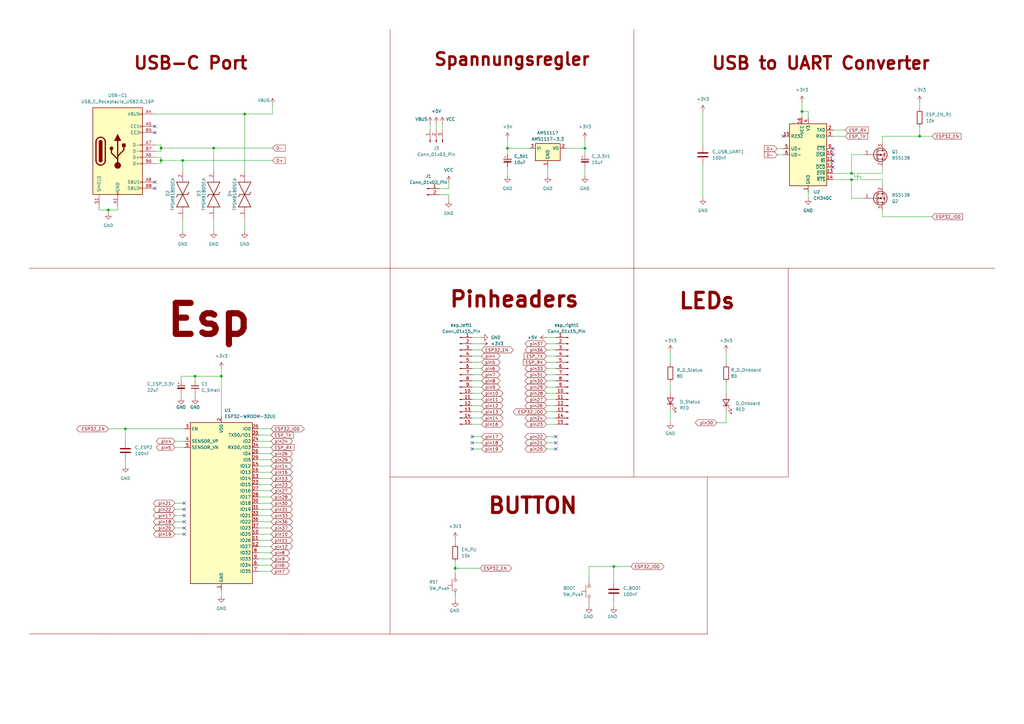
<source format=kicad_sch>
(kicad_sch (version 20250114) (generator "eeschema") (generator_version "9.0")
  (paper "A3")
  (title_block (title "ESP32 ") (date "2025-01-10") (rev "1.1.2"))
  (text "BUTTON" (at 218.5416 207.5688 0) (effects (font (size 6.35 6.35) (thickness 1.27) (bold yes))))
  (text "Spannungsregler" (at 210.0072 24.511 0) (effects (font (size 5.08 5.08) (thickness 1.016) (bold yes))))
  (text "Esp\n" (at 85.725 131.445 0) (effects (font (size 12.7 12.7) (thickness 2.54) (bold yes))))
  (text "USB-C Port" (at 78.2066 26.0604 0) (effects (font (size 5.08 5.08) (thickness 1.016) (bold yes))))
  (text "LEDs" (at 289.9918 123.6218 0) (effects (font (size 6.35 6.35) (thickness 1.27) (bold yes))))
  (text "USB to UART Converter" (at 336.677 26.1112 0) (effects (font (size 5.08 5.08) (thickness 1.016) (bold yes))))
  (text "Pinheaders" (at 210.947 122.936 0) (effects (font (size 6.35 6.35) (thickness 1.27) (bold yes))))
  (junction (at 66.04 65.8114))
  (junction (at 208.153 60.833))
  (junction (at 349.25 71.12))
  (junction (at 74.93 65.8114))
  (junction (at 186.69 233.045))
  (junction (at 377.19 55.88))
  (junction (at 251.7394 232.3338))
  (junction (at 349.25 73.66))
  (junction (at 80.01 154.305))
  (junction (at 51.435 175.895))
  (junction (at 328.93 45.72))
  (junction (at 90.805 154.305))
  (junction (at 66.04 60.7314))
  (junction (at 100.33 46.7614))
  (junction (at 44.45 86.1314))
  (junction (at 239.903 60.833))
  (junction (at 87.63 60.7314))
  (no_connect (at 63.5 54.3814))
  (no_connect (at 227.965 181.61))
  (no_connect (at 193.675 179.07))
  (no_connect (at 341.63 68.58))
  (no_connect (at 63.5 74.7014))
  (no_connect (at 75.565 219.075))
  (no_connect (at 63.5 51.8414))
  (no_connect (at 341.63 60.96))
  (no_connect (at 341.63 63.5))
  (no_connect (at 75.565 206.375))
  (no_connect (at 193.675 181.61))
  (no_connect (at 75.565 213.995))
  (no_connect (at 63.5 77.2414))
  (no_connect (at 227.965 184.15))
  (no_connect (at 75.565 216.535))
  (no_connect (at 227.965 179.07))
  (no_connect (at 75.565 208.915))
  (no_connect (at 341.63 66.04))
  (no_connect (at 321.31 55.88))
  (no_connect (at 75.565 211.455))
  (no_connect (at 193.675 184.15))
  (wire (pts (xy 349.25 63.5) (xy 354.33 63.5)))
  (wire (pts (xy 193.675 163.83) (xy 197.485 163.83)))
  (wire (pts (xy 224.155 140.97) (xy 227.965 140.97)))
  (wire (pts (xy 90.805 154.305) (xy 90.805 170.815)))
  (wire (pts (xy 71.755 180.975) (xy 75.565 180.975)))
  (wire (pts (xy 106.045 208.915) (xy 111.125 208.915)))
  (wire (pts (xy 239.903 57.023) (xy 239.903 60.833)))
  (wire (pts (xy 66.04 64.5414) (xy 66.04 65.8114)))
  (wire (pts (xy 48.26 84.8614) (xy 48.26 86.1314)))
  (wire (pts (xy 80.01 161.29) (xy 80.01 163.195)))
  (polyline (pts (xy 259.9944 110.0074) (xy 407.9748 110.0074)) (stroke (width 0) (color 132 0 0 1)))
  (wire (pts (xy 71.755 219.075) (xy 75.565 219.075)))
  (wire (pts (xy 74.295 154.305) (xy 80.01 154.305)))
  (wire (pts (xy 341.63 71.12) (xy 349.25 71.12)))
  (wire (pts (xy 71.755 206.375) (xy 75.565 206.375)))
  (wire (pts (xy 100.33 46.7614) (xy 100.33 69.6214)))
  (wire (pts (xy 274.955 144.145) (xy 274.955 149.225)))
  (wire (pts (xy 74.295 161.29) (xy 74.295 163.195)))
  (wire (pts (xy 66.04 60.7314) (xy 66.04 62.0014)))
  (wire (pts (xy 274.955 156.845) (xy 274.955 160.655)))
  (wire (pts (xy 106.045 196.215) (xy 111.125 196.215)))
  (wire (pts (xy 63.5 46.7614) (xy 100.33 46.7614)))
  (wire (pts (xy 180.213 79.883) (xy 184.023 79.883)))
  (wire (pts (xy 224.155 151.13) (xy 227.965 151.13)))
  (polyline (pts (xy 159.9438 260.0452) (xy 290.1442 260.0452)) (stroke (width 0) (color 132 0 0 1)))
  (wire (pts (xy 186.69 220.98) (xy 186.69 222.885)))
  (wire (pts (xy 66.04 60.7314) (xy 87.63 60.7314)))
  (wire (pts (xy 80.01 154.305) (xy 90.805 154.305)))
  (wire (pts (xy 193.675 138.43) (xy 197.485 138.43)))
  (wire (pts (xy 106.045 224.155) (xy 111.125 224.155)))
  (wire (pts (xy 193.675 181.61) (xy 197.485 181.61)))
  (wire (pts (xy 361.95 71.12) (xy 351.79 71.12)))
  (wire (pts (xy 350.52 71.12) (xy 349.25 71.12)))
  (wire (pts (xy 341.63 73.66) (xy 349.25 73.66)))
  (wire (pts (xy 241.5794 248.8438) (xy 241.5794 247.5738)))
  (wire (pts (xy 106.045 216.535) (xy 111.125 216.535)))
  (wire (pts (xy 361.95 58.42) (xy 361.95 55.88)))
  (wire (pts (xy 186.69 246.38) (xy 186.69 245.11)))
  (wire (pts (xy 258.7244 232.3338) (xy 251.7394 232.3338)))
  (wire (pts (xy 51.435 175.895) (xy 75.565 175.895)))
  (wire (pts (xy 71.755 216.535) (xy 75.565 216.535)))
  (wire (pts (xy 40.64 86.1314) (xy 44.45 86.1314)))
  (wire (pts (xy 208.153 68.453) (xy 208.153 72.263)))
  (wire (pts (xy 349.25 73.66) (xy 349.25 81.28)))
  (wire (pts (xy 66.04 65.8114) (xy 66.04 67.0814)))
  (wire (pts (xy 111.76 42.9514) (xy 111.76 46.7614)))
  (wire (pts (xy 224.155 173.99) (xy 227.965 173.99)))
  (wire (pts (xy 353.06 73.66) (xy 361.95 73.66)))
  (wire (pts (xy 193.675 179.07) (xy 197.485 179.07)))
  (wire (pts (xy 224.155 168.91) (xy 227.965 168.91)))
  (wire (pts (xy 224.155 184.15) (xy 227.965 184.15)))
  (wire (pts (xy 224.155 171.45) (xy 227.965 171.45)))
  (wire (pts (xy 44.45 175.895) (xy 51.435 175.895)))
  (wire (pts (xy 377.19 55.88) (xy 382.27 55.88)))
  (wire (pts (xy 224.155 143.51) (xy 227.965 143.51)))
  (wire (pts (xy 106.045 229.235) (xy 111.125 229.235)))
  (wire (pts (xy 106.045 234.315) (xy 111.125 234.315)))
  (wire (pts (xy 341.63 53.34) (xy 346.71 53.34)))
  (wire (pts (xy 251.7394 246.3038) (xy 251.7394 248.8438)))
  (wire (pts (xy 193.675 143.51) (xy 197.485 143.51)))
  (polyline (pts (xy 159.9946 11.9634) (xy 159.9946 109.982)) (stroke (width 0) (color 132 0 0 1)))
  (wire (pts (xy 193.675 166.37) (xy 197.485 166.37)))
  (wire (pts (xy 208.153 60.833) (xy 217.043 60.833)))
  (wire (pts (xy 382.27 88.9) (xy 361.95 88.9)))
  (wire (pts (xy 193.675 171.45) (xy 197.485 171.45)))
  (wire (pts (xy 224.155 166.37) (xy 227.965 166.37)))
  (wire (pts (xy 274.955 168.275) (xy 274.955 173.355)))
  (wire (pts (xy 63.5 62.0014) (xy 66.04 62.0014)))
  (wire (pts (xy 227.965 138.43) (xy 224.155 138.43)))
  (wire (pts (xy 184.023 79.883) (xy 184.023 82.423)))
  (wire (pts (xy 239.903 68.453) (xy 239.903 72.263)))
  (wire (pts (xy 297.815 173.355) (xy 297.815 168.91)))
  (wire (pts (xy 351.79 71.12) (xy 351.79 73.66)))
  (polyline (pts (xy 159.9946 109.982) (xy 159.9692 260.0198)) (stroke (width 0) (color 132 0 0 1)))
  (wire (pts (xy 331.47 78.74) (xy 331.47 81.28)))
  (polyline (pts (xy 290.1442 260.0452) (xy 290.1442 195.6816)) (stroke (width 0) (color 132 0 0 1)))
  (wire (pts (xy 349.25 71.12) (xy 349.25 63.5)))
  (wire (pts (xy 44.45 86.1314) (xy 44.45 87.4014)))
  (polyline (pts (xy 259.9944 195.6308) (xy 323.2658 195.6308)) (stroke (width 0) (color 132 0 0 1)))
  (wire (pts (xy 74.93 65.8114) (xy 111.76 65.8114)))
  (wire (pts (xy 63.5 67.0814) (xy 66.04 67.0814)))
  (wire (pts (xy 106.045 188.595) (xy 111.125 188.595)))
  (wire (pts (xy 74.93 89.9414) (xy 74.93 95.0214)))
  (wire (pts (xy 361.95 68.58) (xy 361.95 71.12)))
  (wire (pts (xy 193.675 156.21) (xy 197.485 156.21)))
  (wire (pts (xy 224.155 181.61) (xy 227.965 181.61)))
  (wire (pts (xy 350.52 71.12) (xy 350.52 72.39)))
  (wire (pts (xy 361.95 88.9) (xy 361.95 86.36)))
  (wire (pts (xy 193.675 184.15) (xy 197.485 184.15)))
  (wire (pts (xy 361.95 73.66) (xy 361.95 76.2)))
  (wire (pts (xy 51.435 175.895) (xy 51.435 180.975)))
  (wire (pts (xy 224.155 153.67) (xy 227.965 153.67)))
  (wire (pts (xy 328.93 45.72) (xy 331.47 45.72)))
  (wire (pts (xy 251.7394 232.3338) (xy 251.7394 238.6838)))
  (wire (pts (xy 181.483 53.213) (xy 181.483 50.673)))
  (wire (pts (xy 106.045 175.895) (xy 111.125 175.895)))
  (wire (pts (xy 288.29 45.72) (xy 288.29 59.69)))
  (wire (pts (xy 106.045 180.975) (xy 111.125 180.975)))
  (polyline (pts (xy 12.0142 109.982) (xy 159.9946 109.982)) (stroke (width 0) (color 132 0 0 1)))
  (wire (pts (xy 224.155 156.21) (xy 227.965 156.21)))
  (wire (pts (xy 193.675 151.13) (xy 197.485 151.13)))
  (wire (pts (xy 106.045 191.135) (xy 111.125 191.135)))
  (wire (pts (xy 288.29 67.31) (xy 288.29 81.28)))
  (wire (pts (xy 71.755 183.515) (xy 75.565 183.515)))
  (wire (pts (xy 193.675 168.91) (xy 197.485 168.91)))
  (wire (pts (xy 294.005 173.355) (xy 297.815 173.355)))
  (wire (pts (xy 353.06 72.39) (xy 353.06 73.66)))
  (wire (pts (xy 349.25 73.66) (xy 351.79 73.66)))
  (wire (pts (xy 106.045 226.695) (xy 111.125 226.695)))
  (wire (pts (xy 184.023 74.803) (xy 184.023 77.343)))
  (wire (pts (xy 377.19 52.07) (xy 377.19 55.88)))
  (wire (pts (xy 87.63 89.9414) (xy 87.63 95.0214)))
  (wire (pts (xy 193.675 140.97) (xy 197.485 140.97)))
  (wire (pts (xy 106.045 231.775) (xy 111.125 231.775)))
  (polyline (pts (xy 259.9944 195.6308) (xy 159.9946 195.6308)) (stroke (width 0) (color 132 0 0 1)))
  (wire (pts (xy 328.93 41.91) (xy 328.93 45.72)))
  (wire (pts (xy 87.63 60.7314) (xy 87.63 69.6214)))
  (wire (pts (xy 241.5794 232.3338) (xy 241.5794 237.4138)))
  (wire (pts (xy 224.155 179.07) (xy 227.965 179.07)))
  (wire (pts (xy 106.045 211.455) (xy 111.125 211.455)))
  (wire (pts (xy 106.045 186.055) (xy 111.125 186.055)))
  (wire (pts (xy 106.045 201.295) (xy 111.125 201.295)))
  (wire (pts (xy 106.045 178.435) (xy 111.125 178.435)))
  (wire (pts (xy 361.95 55.88) (xy 377.19 55.88)))
  (wire (pts (xy 331.47 48.26) (xy 331.47 45.72)))
  (wire (pts (xy 224.155 158.75) (xy 227.965 158.75)))
  (wire (pts (xy 106.045 183.515) (xy 111.125 183.515)))
  (wire (pts (xy 193.675 173.99) (xy 197.485 173.99)))
  (wire (pts (xy 106.045 206.375) (xy 111.125 206.375)))
  (polyline (pts (xy 323.2658 195.6308) (xy 323.2658 110.0582)) (stroke (width 0) (color 132 0 0 1)))
  (wire (pts (xy 193.675 148.59) (xy 197.485 148.59)))
  (wire (pts (xy 318.77 60.96) (xy 321.31 60.96)))
  (wire (pts (xy 63.5 59.4614) (xy 66.04 59.4614)))
  (wire (pts (xy 87.63 60.7314) (xy 111.76 60.7314)))
  (wire (pts (xy 178.943 50.673) (xy 178.943 53.213)))
  (wire (pts (xy 71.755 211.455) (xy 75.565 211.455)))
  (wire (pts (xy 186.69 233.045) (xy 186.69 234.95)))
  (wire (pts (xy 349.25 81.28) (xy 354.33 81.28)))
  (wire (pts (xy 193.675 161.29) (xy 197.485 161.29)))
  (wire (pts (xy 224.155 148.59) (xy 227.965 148.59)))
  (wire (pts (xy 100.33 46.7614) (xy 111.76 46.7614)))
  (wire (pts (xy 106.045 221.615) (xy 111.125 221.615)))
  (wire (pts (xy 208.153 60.833) (xy 208.153 63.373)))
  (wire (pts (xy 297.815 144.145) (xy 297.815 149.225)))
  (wire (pts (xy 40.64 84.8614) (xy 40.64 86.1314)))
  (wire (pts (xy 193.675 146.05) (xy 197.485 146.05)))
  (wire (pts (xy 106.045 193.675) (xy 111.125 193.675)))
  (wire (pts (xy 208.153 57.023) (xy 208.153 60.833)))
  (wire (pts (xy 224.155 161.29) (xy 227.965 161.29)))
  (wire (pts (xy 224.155 163.83) (xy 227.965 163.83)))
  (wire (pts (xy 318.77 63.5) (xy 321.31 63.5)))
  (wire (pts (xy 44.45 86.1314) (xy 48.26 86.1314)))
  (wire (pts (xy 51.435 188.595) (xy 51.435 191.135)))
  (wire (pts (xy 80.01 156.21) (xy 80.01 154.305)))
  (wire (pts (xy 106.045 203.835) (xy 111.125 203.835)))
  (wire (pts (xy 239.903 60.833) (xy 239.903 63.373)))
  (wire (pts (xy 63.5 64.5414) (xy 66.04 64.5414)))
  (polyline (pts (xy 12.0142 259.9944) (xy 159.9692 260.0452)) (stroke (width 0) (color 132 0 0 1)))
  (polyline (pts (xy 259.9944 12.0142) (xy 259.9944 110.0074)) (stroke (width 0) (color 132 0 0 1)))
  (wire (pts (xy 66.04 65.8114) (xy 74.93 65.8114)))
  (wire (pts (xy 186.69 230.505) (xy 186.69 233.045)))
  (wire (pts (xy 106.045 219.075) (xy 111.125 219.075)))
  (wire (pts (xy 350.52 72.39) (xy 353.06 72.39)))
  (wire (pts (xy 74.93 65.8114) (xy 74.93 69.6214)))
  (wire (pts (xy 328.93 45.72) (xy 328.93 48.26)))
  (wire (pts (xy 176.403 53.213) (xy 176.403 50.673)))
  (wire (pts (xy 224.155 146.05) (xy 227.965 146.05)))
  (wire (pts (xy 251.7394 232.3338) (xy 241.5794 232.3338)))
  (wire (pts (xy 106.045 198.755) (xy 111.125 198.755)))
  (wire (pts (xy 66.04 59.4614) (xy 66.04 60.7314)))
  (wire (pts (xy 71.755 213.995) (xy 75.565 213.995)))
  (wire (pts (xy 297.815 156.845) (xy 297.815 161.29)))
  (polyline (pts (xy 259.9944 109.982) (xy 259.9944 195.6308)) (stroke (width 0) (color 132 0 0 1)))
  (wire (pts (xy 224.663 68.453) (xy 224.663 72.263)))
  (wire (pts (xy 90.805 241.935) (xy 90.805 244.475)))
  (wire (pts (xy 193.675 153.67) (xy 197.485 153.67)))
  (wire (pts (xy 100.33 89.9414) (xy 100.33 95.0214)))
  (wire (pts (xy 106.045 213.995) (xy 111.125 213.995)))
  (wire (pts (xy 90.805 151.13) (xy 90.805 154.305)))
  (polyline (pts (xy 159.9946 109.982) (xy 259.9944 109.982)) (stroke (width 0) (color 132 0 0 1)))
  (wire (pts (xy 184.023 77.343) (xy 180.213 77.343)))
  (wire (pts (xy 341.63 55.88) (xy 346.71 55.88)))
  (wire (pts (xy 186.69 233.045) (xy 196.85 233.045)))
  (wire (pts (xy 71.755 208.915) (xy 75.565 208.915)))
  (wire (pts (xy 193.675 158.75) (xy 197.485 158.75)))
  (wire (pts (xy 377.19 41.91) (xy 377.19 44.45)))
  (wire (pts (xy 74.295 154.305) (xy 74.295 156.21)))
  (wire (pts (xy 232.283 60.833) (xy 239.903 60.833)))
  (global_label "pin23" (shape bidirectional) (at 111.125 198.755 0) (property "Intersheetrefs" "${INTERSHEET_REFS}" (effects (hide yes))))
  (global_label "pin19" (shape bidirectional) (at 71.755 219.075 180) (property "Intersheetrefs" "${INTERSHEET_REFS}" (effects (hide yes))))
  (global_label "ESP_TX" (shape input) (at 111.125 178.435 0) (property "Intersheetrefs" "${INTERSHEET_REFS}" (effects (hide yes))))
  (global_label "pin37" (shape bidirectional) (at 111.125 216.535 0) (property "Intersheetrefs" "${INTERSHEET_REFS}" (effects (hide yes))))
  (global_label "ESP32_IO0" (shape bidirectional) (at 111.125 175.895 0) (property "Intersheetrefs" "${INTERSHEET_REFS}" (effects (hide yes))))
  (global_label "pin22" (shape bidirectional) (at 71.755 208.915 180) (property "Intersheetrefs" "${INTERSHEET_REFS}" (effects (hide yes))))
  (global_label "pin20" (shape bidirectional) (at 224.155 184.15 180) (property "Intersheetrefs" "${INTERSHEET_REFS}" (effects (hide yes))))
  (global_label "pin21" (shape bidirectional) (at 224.155 181.61 180) (property "Intersheetrefs" "${INTERSHEET_REFS}" (effects (hide yes))))
  (global_label "pin18" (shape bidirectional) (at 71.755 213.995 180) (property "Intersheetrefs" "${INTERSHEET_REFS}" (effects (hide yes))))
  (global_label "pin31" (shape bidirectional) (at 224.155 153.67 180) (property "Intersheetrefs" "${INTERSHEET_REFS}" (effects (hide yes))))
  (global_label "pin4" (shape bidirectional) (at 197.485 146.05 0) (property "Intersheetrefs" "${INTERSHEET_REFS}" (effects (hide yes))))
  (global_label "pin29" (shape bidirectional) (at 111.125 188.595 0) (property "Intersheetrefs" "${INTERSHEET_REFS}" (effects (hide yes))))
  (global_label "pin8" (shape bidirectional) (at 197.485 156.21 0) (property "Intersheetrefs" "${INTERSHEET_REFS}" (effects (hide yes))))
  (global_label "pin16" (shape bidirectional) (at 111.125 193.675 0) (property "Intersheetrefs" "${INTERSHEET_REFS}" (effects (hide yes))))
  (global_label "pin30" (shape bidirectional) (at 111.125 206.375 0) (property "Intersheetrefs" "${INTERSHEET_REFS}" (effects (hide yes))))
  (global_label "pin9" (shape bidirectional) (at 111.125 229.235 0) (property "Intersheetrefs" "${INTERSHEET_REFS}" (effects (hide yes))))
  (global_label "D+" (shape input) (at 318.77 60.96 180) (property "Intersheetrefs" "${INTERSHEET_REFS}" (effects (hide yes))))
  (global_label "pin27" (shape bidirectional) (at 224.155 163.83 180) (property "Intersheetrefs" "${INTERSHEET_REFS}" (effects (hide yes))))
  (global_label "pin33" (shape bidirectional) (at 111.125 211.455 0) (property "Intersheetrefs" "${INTERSHEET_REFS}" (effects (hide yes))))
  (global_label "pin17" (shape bidirectional) (at 71.755 211.455 180) (property "Intersheetrefs" "${INTERSHEET_REFS}" (effects (hide yes))))
  (global_label "pin23" (shape bidirectional) (at 224.155 173.99 180) (property "Intersheetrefs" "${INTERSHEET_REFS}" (effects (hide yes))))
  (global_label "pin13" (shape bidirectional) (at 197.485 168.91 0) (property "Intersheetrefs" "${INTERSHEET_REFS}" (effects (hide yes))))
  (global_label "pin24" (shape bidirectional) (at 111.125 180.975 0) (property "Intersheetrefs" "${INTERSHEET_REFS}" (effects (hide yes))))
  (global_label "ESP_RX" (shape input) (at 346.71 53.34 0) (property "Intersheetrefs" "${INTERSHEET_REFS}" (effects (hide yes))))
  (global_label "ESP32_EN" (shape bidirectional) (at 196.85 233.045 0) (property "Intersheetrefs" "${INTERSHEET_REFS}" (effects (hide yes))))
  (global_label "ESP32_EN" (shape input) (at 382.27 55.88 0) (property "Intersheetrefs" "${INTERSHEET_REFS}" (effects (hide yes))))
  (global_label "D-" (shape input) (at 111.76 60.7314 0) (property "Intersheetrefs" "${INTERSHEET_REFS}" (effects (hide yes))))
  (global_label "pin18" (shape bidirectional) (at 197.485 181.61 0) (property "Intersheetrefs" "${INTERSHEET_REFS}" (effects (hide yes))))
  (global_label "pin9" (shape bidirectional) (at 197.485 158.75 0) (property "Intersheetrefs" "${INTERSHEET_REFS}" (effects (hide yes))))
  (global_label "ESP32_EN" (shape bidirectional) (at 44.45 175.895 180) (property "Intersheetrefs" "${INTERSHEET_REFS}" (effects (hide yes))))
  (global_label "ESP_TX" (shape input) (at 346.71 55.88 0) (property "Intersheetrefs" "${INTERSHEET_REFS}" (effects (hide yes))))
  (global_label "ESP_TX" (shape input) (at 224.155 146.05 180) (property "Intersheetrefs" "${INTERSHEET_REFS}" (effects (hide yes))))
  (global_label "pin29" (shape bidirectional) (at 224.155 158.75 180) (property "Intersheetrefs" "${INTERSHEET_REFS}" (effects (hide yes))))
  (global_label "D-" (shape input) (at 318.77 63.5 180) (property "Intersheetrefs" "${INTERSHEET_REFS}" (effects (hide yes))))
  (global_label "pin28" (shape bidirectional) (at 111.125 203.835 0) (property "Intersheetrefs" "${INTERSHEET_REFS}" (effects (hide yes))))
  (global_label "pin11" (shape bidirectional) (at 111.125 221.615 0) (property "Intersheetrefs" "${INTERSHEET_REFS}" (effects (hide yes))))
  (global_label "pin19" (shape bidirectional) (at 197.485 184.15 0) (property "Intersheetrefs" "${INTERSHEET_REFS}" (effects (hide yes))))
  (global_label "pin28" (shape bidirectional) (at 224.155 161.29 180) (property "Intersheetrefs" "${INTERSHEET_REFS}" (effects (hide yes))))
  (global_label "pin12" (shape bidirectional) (at 197.485 166.37 0) (property "Intersheetrefs" "${INTERSHEET_REFS}" (effects (hide yes))))
  (global_label "pin30" (shape bidirectional) (at 294.005 173.355 180) (property "Intersheetrefs" "${INTERSHEET_REFS}" (effects (hide yes))))
  (global_label "pin27" (shape bidirectional) (at 111.125 201.295 0) (property "Intersheetrefs" "${INTERSHEET_REFS}" (effects (hide yes))))
  (global_label "pin12" (shape bidirectional) (at 111.125 224.155 0) (property "Intersheetrefs" "${INTERSHEET_REFS}" (effects (hide yes))))
  (global_label "pin14" (shape bidirectional) (at 111.125 191.135 0) (property "Intersheetrefs" "${INTERSHEET_REFS}" (effects (hide yes))))
  (global_label "pin16" (shape bidirectional) (at 197.485 173.99 0) (property "Intersheetrefs" "${INTERSHEET_REFS}" (effects (hide yes))))
  (global_label "ESP_RX" (shape input) (at 224.155 148.59 180) (property "Intersheetrefs" "${INTERSHEET_REFS}" (effects (hide yes))))
  (global_label "pin37" (shape bidirectional) (at 224.155 140.97 180) (property "Intersheetrefs" "${INTERSHEET_REFS}" (effects (hide yes))))
  (global_label "pin10" (shape bidirectional) (at 111.125 219.075 0) (property "Intersheetrefs" "${INTERSHEET_REFS}" (effects (hide yes))))
  (global_label "pin31" (shape bidirectional) (at 111.125 208.915 0) (property "Intersheetrefs" "${INTERSHEET_REFS}" (effects (hide yes))))
  (global_label "pin7" (shape bidirectional) (at 197.485 153.67 0) (property "Intersheetrefs" "${INTERSHEET_REFS}" (effects (hide yes))))
  (global_label "pin33" (shape bidirectional) (at 224.155 151.13 180) (property "Intersheetrefs" "${INTERSHEET_REFS}" (effects (hide yes))))
  (global_label "ESP32_IO0" (shape input) (at 382.27 88.9 0) (property "Intersheetrefs" "${INTERSHEET_REFS}" (effects (hide yes))))
  (global_label "pin30" (shape bidirectional) (at 224.155 156.21 180) (property "Intersheetrefs" "${INTERSHEET_REFS}" (effects (hide yes))))
  (global_label "pin11" (shape bidirectional) (at 197.485 163.83 0) (property "Intersheetrefs" "${INTERSHEET_REFS}" (effects (hide yes))))
  (global_label "ESP32_IO0" (shape bidirectional) (at 258.7244 232.3338 0) (property "Intersheetrefs" "${INTERSHEET_REFS}" (effects (hide yes))))
  (global_label "pin5" (shape bidirectional) (at 71.755 183.515 180) (property "Intersheetrefs" "${INTERSHEET_REFS}" (effects (hide yes))))
  (global_label "ESP32_EN" (shape bidirectional) (at 197.485 143.51 0) (property "Intersheetrefs" "${INTERSHEET_REFS}" (effects (hide yes))))
  (global_label "ESP32_IO0" (shape bidirectional) (at 224.155 168.91 180) (property "Intersheetrefs" "${INTERSHEET_REFS}" (effects (hide yes))))
  (global_label "pin13" (shape bidirectional) (at 111.125 196.215 0) (property "Intersheetrefs" "${INTERSHEET_REFS}" (effects (hide yes))))
  (global_label "pin36" (shape bidirectional) (at 224.155 143.51 180) (property "Intersheetrefs" "${INTERSHEET_REFS}" (effects (hide yes))))
  (global_label "pin6" (shape bidirectional) (at 197.485 151.13 0) (property "Intersheetrefs" "${INTERSHEET_REFS}" (effects (hide yes))))
  (global_label "D+" (shape input) (at 111.76 65.8114 0) (property "Intersheetrefs" "${INTERSHEET_REFS}" (effects (hide yes))))
  (global_label "pin17" (shape bidirectional) (at 197.485 179.07 0) (property "Intersheetrefs" "${INTERSHEET_REFS}" (effects (hide yes))))
  (global_label "pin8" (shape bidirectional) (at 111.125 226.695 0) (property "Intersheetrefs" "${INTERSHEET_REFS}" (effects (hide yes))))
  (global_label "pin36" (shape bidirectional) (at 111.125 213.995 0) (property "Intersheetrefs" "${INTERSHEET_REFS}" (effects (hide yes))))
  (global_label "pin26" (shape bidirectional) (at 111.125 186.055 0) (property "Intersheetrefs" "${INTERSHEET_REFS}" (effects (hide yes))))
  (global_label "pin7" (shape bidirectional) (at 111.125 234.315 0) (property "Intersheetrefs" "${INTERSHEET_REFS}" (effects (hide yes))))
  (global_label "pin20" (shape bidirectional) (at 71.755 216.535 180) (property "Intersheetrefs" "${INTERSHEET_REFS}" (effects (hide yes))))
  (global_label "pin4" (shape bidirectional) (at 71.755 180.975 180) (property "Intersheetrefs" "${INTERSHEET_REFS}" (effects (hide yes))))
  (global_label "pin24" (shape bidirectional) (at 224.155 171.45 180) (property "Intersheetrefs" "${INTERSHEET_REFS}" (effects (hide yes))))
  (global_label "pin6" (shape bidirectional) (at 111.125 231.775 0) (property "Intersheetrefs" "${INTERSHEET_REFS}" (effects (hide yes))))
  (global_label "pin14" (shape bidirectional) (at 197.485 171.45 0) (property "Intersheetrefs" "${INTERSHEET_REFS}" (effects (hide yes))))
  (global_label "pin21" (shape bidirectional) (at 71.755 206.375 180) (property "Intersheetrefs" "${INTERSHEET_REFS}" (effects (hide yes))))
  (global_label "pin10" (shape bidirectional) (at 197.485 161.29 0) (property "Intersheetrefs" "${INTERSHEET_REFS}" (effects (hide yes))))
  (global_label "pin26" (shape bidirectional) (at 224.155 166.37 180) (property "Intersheetrefs" "${INTERSHEET_REFS}" (effects (hide yes))))
  (global_label "pin5" (shape bidirectional) (at 197.485 148.59 0) (property "Intersheetrefs" "${INTERSHEET_REFS}" (effects (hide yes))))
  (global_label "ESP_RX" (shape input) (at 111.125 183.515 0) (property "Intersheetrefs" "${INTERSHEET_REFS}" (effects (hide yes))))
  (global_label "pin22" (shape bidirectional) (at 224.155 179.07 180) (property "Intersheetrefs" "${INTERSHEET_REFS}" (effects (hide yes))))
  (symbol (lib_id "Device:LED") (at 274.955 164.465 90) (unit 1)
    (property "Reference" "D_Status" (at 278.765 164.7824 90) (effects (justify right)))
    (property "Value" "RED" (at 278.765 167.3224 90) (effects (justify right)))
    (property "Footprint" "Diode_SMD:D_1206_3216Metric_Pad1.42x1.75mm_HandSolder" (effects (hide yes)))
    (property "Description" "Light emitting diode" (effects (hide yes)))
    (property "Sim.Pins" "1=K 2=A" (effects (hide yes)))
  )
  (symbol (lib_id "power:GND") (at 100.33 95.0214 0) (unit 1)
    (property "Reference" "#PWR019" (effects (hide yes)))
    (property "Value" "GND" (at 100.33 100.1014 0))
    (property "Description" "Power symbol creates a global label with name \"GND\" , ground" (effects (hide yes)))
  )
  (symbol (lib_id "power:+5V") (at 178.943 50.673 0) (unit 1)
    (property "Reference" "#PWR031" (effects (hide yes)))
    (property "Value" "+5V" (at 178.943 45.593 0))
    (property "Description" "Power symbol creates a global label with name \"+5V\"" (effects (hide yes)))
  )
  (symbol (lib_id "power:GND") (at 186.69 246.38 0) (unit 1)
    (property "Reference" "#PWR045" (effects (hide yes)))
    (property "Value" "GND" (at 188.468 250.444 0) (effects (justify right)))
    (property "Description" "Power symbol creates a global label with name \"GND\" , ground" (effects (hide yes)))
  )
  (symbol (lib_id "Switch:SW_Push") (at 241.5794 242.4938 90) (unit 1)
    (property "Reference" "BOOT" (at 230.9114 241.2238 90) (effects (justify right)))
    (property "Value" "SW_Push" (at 230.9114 243.7638 90) (effects (justify right)))
    (property "Footprint" "Button_Switch_THT:SW_PUSH_6mm_H5mm" (effects (hide yes)))
    (property "Description" "Push button switch, generic, two pins" (effects (hide yes)))
  )
  (symbol (lib_id "power:GND") (at 239.903 72.263 0) (unit 1)
    (property "Reference" "#PWR037" (effects (hide yes)))
    (property "Value" "GND" (at 239.903 77.343 0))
    (property "Description" "Power symbol creates a global label with name \"GND\" , ground" (effects (hide yes)))
  )
  (symbol (lib_id "power:GND") (at 74.93 95.0214 0) (unit 1)
    (property "Reference" "#PWR016" (effects (hide yes)))
    (property "Value" "GND" (at 74.93 100.1014 0))
    (property "Description" "Power symbol creates a global label with name \"GND\" , ground" (effects (hide yes)))
  )
  (symbol (lib_id "power:+3V3") (at 197.485 140.97 270) (unit 1)
    (property "Reference" "#PWR03" (effects (hide yes)))
    (property "Value" "+3V3" (at 201.295 140.9699 90) (effects (justify left)))
    (property "Description" "Power symbol creates a global label with name \"+3V3\"" (effects (hide yes)))
  )
  (symbol (lib_id "power:VBUS") (at 111.76 42.9514 0) (unit 1)
    (property "Reference" "#PWR05" (effects (hide yes)))
    (property "Value" "VBUS" (at 108.204 41.1734 0))
    (property "Description" "Power symbol creates a global label with name \"VBUS\"" (effects (hide yes)))
  )
  (symbol (lib_id "power:+3V3") (at 377.19 41.91 0) (unit 1)
    (property "Reference" "#PWR014" (effects (hide yes)))
    (property "Value" "+3V3" (at 377.19 36.83 0))
    (property "Description" "Power symbol creates a global label with name \"+3V3\"" (effects (hide yes)))
  )
  (symbol (lib_id "Connector:USB_C_Receptacle_USB2.0_16P") (at 48.26 62.0014 0) (unit 1)
    (property "Reference" "USB-C1" (at 48.26 39.1414 0))
    (property "Value" "USB_C_Receptacle_USB2.0_16P" (at 48.26 41.6814 0))
    (property "Footprint" "Connector_USB:USB_C_Receptacle_GCT_USB4085" (effects (hide yes)))
    (property "Datasheet" "https://www.usb.org/sites/default/files/documents/usb_type-c.zip" (effects (hide yes)))
    (property "Description" "USB 2.0-only 16P Type-C Receptacle connector" (effects (hide yes)))
    (property "Bestell-Link" "https://www.mouser.at/ProductDetail/GCT/USB4085-GF-A?qs=KUoIvG%2F9Ilba1bQOahfWjw%3D%3D" (effects (hide yes)))
  )
  (symbol (lib_id "power:+3V3") (at 288.29 45.72 0) (unit 1)
    (property "Reference" "#PWR06" (effects (hide yes)))
    (property "Value" "+3V3" (at 288.29 40.64 0))
    (property "Description" "Power symbol creates a global label with name \"+3V3\"" (effects (hide yes)))
  )
  (symbol (lib_id "Device:C_Small") (at 80.01 158.75 0) (unit 1)
    (property "Reference" "C1" (at 82.55 157.4862 0) (effects (justify left)))
    (property "Value" "C_Small" (at 82.55 160.0262 0) (effects (justify left)))
    (property "Description" "Unpolarized capacitor, small symbol" (effects (hide yes)))
  )
  (symbol (lib_id "power:GND") (at 331.47 81.28 0) (unit 1)
    (property "Reference" "#PWR011" (effects (hide yes)))
    (property "Value" "GND" (at 331.47 86.36 0))
    (property "Description" "Power symbol creates a global label with name \"GND\" , ground" (effects (hide yes)))
  )
  (symbol (lib_id "Interface_USB:CH340C") (at 331.47 63.5 0) (unit 1)
    (property "Reference" "U2" (at 333.6133 78.74 0) (effects (justify left)))
    (property "Value" "CH340C" (at 333.6133 81.28 0) (effects (justify left)))
    (property "Footprint" "Package_SO:SOIC-16_3.9x9.9mm_P1.27mm" (effects (hide yes)))
    (property "Datasheet" "https://datasheet.lcsc.com/szlcsc/Jiangsu-Qin-Heng-CH340C_C84681.pdf" (effects (hide yes)))
    (property "Description" "USB serial converter, crystal-less, UART, SOIC-16" (effects (hide yes)))
  )
  (symbol (lib_id "Regulator_Linear:AMS1117-3.3") (at 224.663 60.833 0) (unit 1)
    (property "Reference" "AMS1117" (at 224.663 54.483 0))
    (property "Value" "AMS1117-3.3" (at 224.663 57.023 0))
    (property "Footprint" "bulme_footprints:SOT230P700X180-4N" (effects (hide yes)))
    (property "Datasheet" "http://www.advanced-monolithic.com/pdf/ds1117.pdf" (effects (hide yes)))
    (property "Description" "1A Low Dropout regulator, positive, 3.3V fixed output, SOT-223" (effects (hide yes)))
  )
  (symbol (lib_id "power:GND") (at 51.435 191.135 0) (unit 1)
    (property "Reference" "#PWR015" (effects (hide yes)))
    (property "Value" "GND" (at 51.435 196.215 0))
    (property "Description" "Power symbol creates a global label with name \"GND\" , ground" (effects (hide yes)))
  )
  (symbol (lib_id "Switch:SW_Push") (at 186.69 240.03 90) (unit 1)
    (property "Reference" "RST" (at 176.022 238.76 90) (effects (justify right)))
    (property "Value" "SW_Push" (at 176.022 241.3 90) (effects (justify right)))
    (property "Footprint" "Button_Switch_THT:SW_PUSH_6mm_H5mm" (effects (hide yes)))
    (property "Description" "Push button switch, generic, two pins" (effects (hide yes)))
  )
  (symbol (lib_id "power:GND") (at 184.023 82.423 0) (unit 1)
    (property "Reference" "#PWR012" (effects (hide yes)))
    (property "Value" "GND" (at 184.023 87.503 0))
    (property "Description" "Power symbol creates a global label with name \"GND\" , ground" (effects (hide yes)))
  )
  (symbol (lib_id "power:+5V") (at 208.153 57.023 0) (unit 1)
    (property "Reference" "#PWR033" (effects (hide yes)))
    (property "Value" "+5V" (at 208.153 51.943 0))
    (property "Description" "Power symbol creates a global label with name \"+5V\"" (effects (hide yes)))
  )
  (symbol (lib_id "power:GND") (at 197.485 138.43 90) (unit 1)
    (property "Reference" "#PWR04" (effects (hide yes)))
    (property "Value" "GND" (at 201.295 138.4299 90) (effects (justify right)))
    (property "Description" "Power symbol creates a global label with name \"GND\" , ground" (effects (hide yes)))
  )
  (symbol (lib_id "bulme_schematics:TPSMB1805CA") (at 74.93 89.9414 90) (unit 1)
    (property "Reference" "D2" (at 68.834 78.0034 0) (effects (justify right)))
    (property "Value" "TPSMB1805CA" (at 70.866 72.9234 0) (effects (justify right)))
    (property "Footprint" "bulme_footprints:TPSMB1805CA" (effects (hide yes)))
    (property "Datasheet" "https://www.littelfuse.com/media?resourcetype=datasheets&itemid=e7a196a8-a225-4724-ab76-7c22e0d48557&filename=littelfuse-tvs-diode-tpsmb-datasheet" (effects (hide yes)))
    (property "Description" "ESD Protection Diodes / TVS Diodes TVS 600W ASYM DO214AA AEQ101 T&R" (effects (hide yes)))
    (property "Height" "2.44" (effects (hide yes)))
    (property "Mouser Part Number" "576-TPSMB1805CA" (effects (hide yes)))
    (property "Mouser Price/Stock" "https://www.mouser.co.uk/ProductDetail/Littelfuse/TPSMB1805CA?qs=iLKYxzqNS74xBcdbh976cw%3D%3D" (effects (hide yes)))
    (property "Manufacturer_Name" "LITTELFUSE" (effects (hide yes)))
    (property "Manufacturer_Part_Number" "TPSMB1805CA" (effects (hide yes)))
  )
  (symbol (lib_id "power:VBUS") (at 176.403 50.673 0) (unit 1)
    (property "Reference" "#PWR030" (effects (hide yes)))
    (property "Value" "VBUS" (at 172.847 48.895 0))
    (property "Description" "Power symbol creates a global label with name \"VBUS\"" (effects (hide yes)))
  )
  (symbol (lib_id "power:+5V") (at 224.155 138.43 90) (unit 1)
    (property "Reference" "#PWR02" (effects (hide yes)))
    (property "Value" "+5V" (at 220.345 138.4299 90) (effects (justify left)))
    (property "Description" "Power symbol creates a global label with name \"+5V\"" (effects (hide yes)))
  )
  (symbol (lib_id "RF_Module:ESP32-WROOM-32UE") (at 90.805 206.375 0) (unit 1)
    (property "Reference" "U1" (at 92.075 168.275 0) (effects (justify left)))
    (property "Value" "ESP32-WROOM-32UE" (at 92.075 170.815 0) (effects (justify left)))
    (property "Footprint" "RF_Module:ESP32-WROOM-32UE" (effects (hide yes)))
    (property "Datasheet" "https://www.espressif.com/sites/default/files/documentation/esp32-wroom-32e_esp32-wroom-32ue_datasheet_en.pdf" (effects (hide yes)))
    (property "Description" "RF Module, ESP32-D0WD-V3 SoC, without PSRAM, Wi-Fi 802.11b/g/n, Bluetooth, BLE, 32-bit, 2.7-3.6V, external antenna, SMD" (effects (hide yes)))
  )
  (symbol (lib_id "power:+3V3") (at 186.69 220.98 0) (unit 1)
    (property "Reference" "#PWR024" (effects (hide yes)))
    (property "Value" "+3V3" (at 186.69 215.9 0))
    (property "Description" "Power symbol creates a global label with name \"+3V3\"" (effects (hide yes)))
  )
  (symbol (lib_id "power:+3V3") (at 328.93 41.91 0) (unit 1)
    (property "Reference" "#PWR010" (effects (hide yes)))
    (property "Value" "+3V3" (at 328.93 36.83 0))
    (property "Description" "Power symbol creates a global label with name \"+3V3\"" (effects (hide yes)))
  )
  (symbol (lib_id "Connector:Conn_01x15_Pin") (at 233.045 156.21 0) (mirror y) (unit 1)
    (property "Reference" "esp_right1" (at 232.41 133.35 0))
    (property "Value" "Conn_01x15_Pin" (at 232.41 135.89 0))
    (property "Footprint" "Connector_PinHeader_2.54mm:PinHeader_1x15_P2.54mm_Vertical" (effects (hide yes)))
    (property "Description" "Generic connector, single row, 01x15, script generated" (effects (hide yes)))
  )
  (symbol (lib_id "power:GND") (at 208.153 72.263 0) (unit 1)
    (property "Reference" "#PWR034" (effects (hide yes)))
    (property "Value" "GND" (at 208.153 77.343 0))
    (property "Description" "Power symbol creates a global label with name \"GND\" , ground" (effects (hide yes)))
  )
  (symbol (lib_id "power:+3V3") (at 274.955 144.145 0) (unit 1)
    (property "Reference" "#PWR08" (effects (hide yes)))
    (property "Value" "+3V3" (at 274.955 139.7 0))
    (property "Description" "Power symbol creates a global label with name \"+3V3\"" (effects (hide yes)))
  )
  (symbol (lib_id "power:GND") (at 224.663 72.263 0) (unit 1)
    (property "Reference" "#PWR035" (effects (hide yes)))
    (property "Value" "GND" (at 224.663 77.343 0))
    (property "Description" "Power symbol creates a global label with name \"GND\" , ground" (effects (hide yes)))
  )
  (symbol (lib_id "power:GND") (at 87.63 95.0214 0) (unit 1)
    (property "Reference" "#PWR018" (effects (hide yes)))
    (property "Value" "GND" (at 87.63 100.1014 0))
    (property "Description" "Power symbol creates a global label with name \"GND\" , ground" (effects (hide yes)))
  )
  (symbol (lib_id "power:VCC") (at 184.023 74.803 0) (unit 1)
    (property "Reference" "#PWR09" (effects (hide yes)))
    (property "Value" "VCC" (at 184.023 69.723 0))
    (property "Description" "Power symbol creates a global label with name \"VCC\"" (effects (hide yes)))
  )
  (symbol (lib_id "Device:C") (at 51.435 184.785 0) (unit 1)
    (property "Reference" "C_ESP2" (at 55.245 183.5149 0) (effects (justify left)))
    (property "Value" "100nF" (at 55.245 186.0549 0) (effects (justify left)))
    (property "Footprint" "Capacitor_SMD:C_0805_2012Metric_Pad1.18x1.45mm_HandSolder" (effects (hide yes)))
    (property "Description" "Unpolarized capacitor" (effects (hide yes)))
  )
  (symbol (lib_id "power:+3V3") (at 90.805 151.13 0) (unit 1)
    (property "Reference" "#PWR021" (effects (hide yes)))
    (property "Value" "+3V3" (at 90.805 146.05 0))
    (property "Description" "Power symbol creates a global label with name \"+3V3\"" (effects (hide yes)))
  )
  (symbol (lib_id "Device:LED") (at 297.815 165.1 90) (unit 1)
    (property "Reference" "D_Onboard" (at 301.625 165.4174 90) (effects (justify right)))
    (property "Value" "RED" (at 301.625 167.9574 90) (effects (justify right)))
    (property "Footprint" "Diode_SMD:D_1206_3216Metric_Pad1.42x1.75mm_HandSolder" (effects (hide yes)))
    (property "Description" "Light emitting diode" (effects (hide yes)))
    (property "Sim.Pins" "1=K 2=A" (effects (hide yes)))
  )
  (symbol (lib_id "Device:C_Polarized_Small") (at 208.153 65.913 0) (unit 1)
    (property "Reference" "C_5V1" (at 210.82 64.0968 0) (effects (justify left)))
    (property "Value" "10uF" (at 210.82 66.6368 0) (effects (justify left)))
    (property "Footprint" "Capacitor_SMD:CP_Elec_5x5.4" (effects (hide yes)))
    (property "Description" "Polarized capacitor, small symbol" (effects (hide yes)))
  )
  (symbol (lib_id "power:GND") (at 274.955 173.355 0) (unit 1)
    (property "Reference" "#PWR023" (effects (hide yes)))
    (property "Value" "GND" (at 274.955 177.8 0))
    (property "Description" "Power symbol creates a global label with name \"GND\" , ground" (effects (hide yes)))
  )
  (symbol (lib_id "power:+3V3") (at 239.903 57.023 0) (unit 1)
    (property "Reference" "#PWR036" (effects (hide yes)))
    (property "Value" "+3V3" (at 239.903 51.943 0))
    (property "Description" "Power symbol creates a global label with name \"+3V3\"" (effects (hide yes)))
  )
  (symbol (lib_id "Device:R") (at 297.815 153.035 0) (unit 1)
    (property "Reference" "R_D_Onboard" (at 299.72 151.7649 0) (effects (justify left)))
    (property "Value" "80" (at 299.72 154.3049 0) (effects (justify left)))
    (property "Footprint" "Resistor_SMD:R_0805_2012Metric_Pad1.20x1.40mm_HandSolder" (effects (hide yes)))
    (property "Description" "Resistor" (effects (hide yes)))
  )
  (symbol (lib_id "power:GND") (at 90.805 244.475 0) (unit 1)
    (property "Reference" "#PWR022" (effects (hide yes)))
    (property "Value" "GND" (at 90.805 249.555 0))
    (property "Description" "Power symbol creates a global label with name \"GND\" , ground" (effects (hide yes)))
  )
  (symbol (lib_id "Connector:Conn_01x03_Pin") (at 178.943 58.293 90) (unit 1)
    (property "Reference" "J3" (at 178.943 60.833 90))
    (property "Value" "Conn_01x03_Pin" (at 178.943 63.373 90))
    (property "Footprint" "Connector_PinHeader_2.54mm:PinHeader_1x03_P2.54mm_Vertical" (effects (hide yes)))
    (property "Description" "Generic connector, single row, 01x03, script generated" (effects (hide yes)))
  )
  (symbol (lib_id "Device:R") (at 186.69 226.695 0) (unit 1) (in_bom no) (on_board no)
    (property "Reference" "EN_PU" (at 189.23 225.4249 0) (effects (justify left)))
    (property "Value" "10k" (at 189.23 227.9649 0) (effects (justify left)))
    (property "Footprint" "Resistor_SMD:R_0805_2012Metric_Pad1.20x1.40mm_HandSolder" (effects (hide yes)))
    (property "Description" "Resistor" (effects (hide yes)))
  )
  (symbol (lib_id "Transistor_FET:BSS138") (at 359.41 81.28 0) (mirror x) (unit 1)
    (property "Reference" "Q2" (at 365.76 82.5501 0) (effects (justify left)))
    (property "Value" "BSS138" (at 365.76 80.0101 0) (effects (justify left)))
    (property "Footprint" "Package_TO_SOT_SMD:SOT-23" (effects (hide yes)))
    (property "Datasheet" "https://www.onsemi.com/pub/Collateral/BSS138-D.PDF" (effects (hide yes)))
    (property "Description" "50V Vds, 0.22A Id, N-Channel MOSFET, SOT-23" (effects (hide yes)))
  )
  (symbol (lib_id "Device:C_Polarized_Small") (at 74.295 158.75 0) (unit 1)
    (property "Reference" "C_ESP_3.3V" (at 60.325 157.48 0) (effects (justify left)))
    (property "Value" "22uF" (at 60.325 160.02 0) (effects (justify left)))
    (property "Footprint" "Capacitor_SMD:CP_Elec_5x5.4" (effects (hide yes)))
    (property "Description" "Polarized capacitor, small symbol" (effects (hide yes)))
  )
  (symbol (lib_id "Connector:Conn_01x15_Pin") (at 188.595 156.21 0) (unit 1)
    (property "Reference" "esp_left1" (at 189.23 133.35 0))
    (property "Value" "Conn_01x15_Pin" (at 189.23 135.89 0))
    (property "Footprint" "Connector_PinHeader_2.54mm:PinHeader_1x15_P2.54mm_Vertical" (effects (hide yes)))
    (property "Description" "Generic connector, single row, 01x15, script generated" (effects (hide yes)))
  )
  (symbol (lib_id "power:GND") (at 288.29 81.28 0) (unit 1)
    (property "Reference" "#PWR07" (effects (hide yes)))
    (property "Value" "GND" (at 288.29 86.36 0))
    (property "Description" "Power symbol creates a global label with name \"GND\" , ground" (effects (hide yes)))
  )
  (symbol (lib_id "power:GND") (at 251.7394 248.8438 0) (unit 1)
    (property "Reference" "#PWR048" (effects (hide yes)))
    (property "Value" "GND" (at 253.2634 252.9078 0) (effects (justify right)))
    (property "Description" "Power symbol creates a global label with name \"GND\" , ground" (effects (hide yes)))
  )
  (symbol (lib_id "Device:C") (at 288.29 63.5 0) (unit 1)
    (property "Reference" "C_USB_UART1" (at 292.1 62.2299 0) (effects (justify left)))
    (property "Value" "100nF" (at 292.1 64.7699 0) (effects (justify left)))
    (property "Footprint" "Capacitor_SMD:C_0805_2012Metric_Pad1.18x1.45mm_HandSolder" (effects (hide yes)))
    (property "Description" "Unpolarized capacitor" (effects (hide yes)))
  )
  (symbol (lib_id "Transistor_FET:BSS138") (at 359.41 63.5 0) (unit 1)
    (property "Reference" "Q1" (at 365.76 62.2299 0) (effects (justify left)))
    (property "Value" "BSS138" (at 365.76 64.7699 0) (effects (justify left)))
    (property "Footprint" "Package_TO_SOT_SMD:SOT-23" (effects (hide yes)))
    (property "Datasheet" "https://www.onsemi.com/pub/Collateral/BSS138-D.PDF" (effects (hide yes)))
    (property "Description" "50V Vds, 0.22A Id, N-Channel MOSFET, SOT-23" (effects (hide yes)))
  )
  (symbol (lib_id "Device:C_Polarized_Small") (at 239.903 65.913 0) (unit 1)
    (property "Reference" "C_3.3V1" (at 242.57 64.0968 0) (effects (justify left)))
    (property "Value" "10uF" (at 242.57 66.6368 0) (effects (justify left)))
    (property "Footprint" "Capacitor_SMD:CP_Elec_5x5.4" (effects (hide yes)))
    (property "Description" "Polarized capacitor, small symbol" (effects (hide yes)))
  )
  (symbol (lib_id "Device:R") (at 274.955 153.035 0) (unit 1)
    (property "Reference" "R_D_Status" (at 277.495 151.7649 0) (effects (justify left)))
    (property "Value" "80" (at 277.495 154.3049 0) (effects (justify left)))
    (property "Footprint" "Resistor_SMD:R_0805_2012Metric_Pad1.20x1.40mm_HandSolder" (effects (hide yes)))
    (property "Description" "Resistor" (effects (hide yes)))
  )
  (symbol (lib_id "power:GND") (at 80.01 163.195 0) (unit 1)
    (property "Reference" "#PWR025" (effects (hide yes)))
    (property "Value" "GND" (at 80.01 167.005 0))
    (property "Description" "Power symbol creates a global label with name \"GND\" , ground" (effects (hide yes)))
  )
  (symbol (lib_id "Connector:Conn_01x02_Pin") (at 175.133 77.343 0) (unit 1)
    (property "Reference" "J1" (at 175.768 72.263 0))
    (property "Value" "Conn_01x02_Pin" (at 175.768 74.803 0))
    (property "Footprint" "Connector_PinHeader_2.54mm:PinHeader_1x02_P2.54mm_Vertical" (effects (hide yes)))
    (property "Description" "Generic connector, single row, 01x02, script generated" (effects (hide yes)))
  )
  (symbol (lib_id "power:+3V3") (at 297.815 144.145 0) (unit 1)
    (property "Reference" "#PWR020" (effects (hide yes)))
    (property "Value" "+3V3" (at 297.815 139.7 0))
    (property "Description" "Power symbol creates a global label with name \"+3V3\"" (effects (hide yes)))
  )
  (symbol (lib_id "Device:C") (at 251.7394 242.4938 0) (unit 1)
    (property "Reference" "C_BOOT" (at 255.5494 241.2237 0) (effects (justify left)))
    (property "Value" "100nF" (at 255.5494 243.7637 0) (effects (justify left)))
    (property "Footprint" "Capacitor_SMD:C_0805_2012Metric_Pad1.18x1.45mm_HandSolder" (effects (hide yes)))
    (property "Description" "Unpolarized capacitor" (effects (hide yes)))
  )
  (symbol (lib_id "Device:R") (at 377.19 48.26 0) (unit 1)
    (property "Reference" "ESP_EN_R1" (at 379.73 46.9899 0) (effects (justify left)))
    (property "Value" "10k" (at 379.73 49.5299 0) (effects (justify left)))
    (property "Footprint" "Resistor_SMD:R_0805_2012Metric_Pad1.20x1.40mm_HandSolder" (effects (hide yes)))
    (property "Description" "Resistor" (effects (hide yes)))
  )
  (symbol (lib_id "power:GND") (at 74.295 163.195 0) (unit 1)
    (property "Reference" "#PWR017" (effects (hide yes)))
    (property "Value" "GND" (at 74.295 167.005 0))
    (property "Description" "Power symbol creates a global label with name \"GND\" , ground" (effects (hide yes)))
  )
  (symbol (lib_id "bulme_schematics:TPSMB1805CA") (at 100.33 89.9414 90) (unit 1)
    (property "Reference" "D4" (at 94.234 78.0034 0) (effects (justify right)))
    (property "Value" "TPSMB1805CA" (at 96.266 72.9234 0) (effects (justify right)))
    (property "Footprint" "bulme_footprints:TPSMB1805CA" (effects (hide yes)))
    (property "Datasheet" "https://www.littelfuse.com/media?resourcetype=datasheets&itemid=e7a196a8-a225-4724-ab76-7c22e0d48557&filename=littelfuse-tvs-diode-tpsmb-datasheet" (effects (hide yes)))
    (property "Description" "ESD Protection Diodes / TVS Diodes TVS 600W ASYM DO214AA AEQ101 T&R" (effects (hide yes)))
    (property "Height" "2.44" (effects (hide yes)))
    (property "Mouser Part Number" "576-TPSMB1805CA" (effects (hide yes)))
    (property "Mouser Price/Stock" "https://www.mouser.co.uk/ProductDetail/Littelfuse/TPSMB1805CA?qs=iLKYxzqNS74xBcdbh976cw%3D%3D" (effects (hide yes)))
    (property "Manufacturer_Name" "LITTELFUSE" (effects (hide yes)))
    (property "Manufacturer_Part_Number" "TPSMB1805CA" (effects (hide yes)))
  )
  (symbol (lib_id "power:GND") (at 44.45 87.4014 0) (unit 1)
    (property "Reference" "#PWR01" (effects (hide yes)))
    (property "Value" "GND" (at 44.45 92.4814 0))
    (property "Description" "Power symbol creates a global label with name \"GND\" , ground" (effects (hide yes)))
  )
  (symbol (lib_id "power:GND") (at 241.5794 248.8438 0) (unit 1)
    (property "Reference" "#PWR047" (effects (hide yes)))
    (property "Value" "GND" (at 243.3574 252.9078 0) (effects (justify right)))
    (property "Description" "Power symbol creates a global label with name \"GND\" , ground" (effects (hide yes)))
  )
  (symbol (lib_id "power:VCC") (at 181.483 50.673 0) (unit 1)
    (property "Reference" "#PWR013" (effects (hide yes)))
    (property "Value" "VCC" (at 184.785 48.895 0))
    (property "Description" "Power symbol creates a global label with name \"VCC\"" (effects (hide yes)))
  )
  (symbol (lib_id "bulme_schematics:TPSMB1805CA") (at 87.63 89.9414 90) (unit 1)
    (property "Reference" "D3" (at 81.534 78.0034 0) (effects (justify right)))
    (property "Value" "TPSMB1805CA" (at 83.566 72.9234 0) (effects (justify right)))
    (property "Footprint" "bulme_footprints:TPSMB1805CA" (effects (hide yes)))
    (property "Datasheet" "https://www.littelfuse.com/media?resourcetype=datasheets&itemid=e7a196a8-a225-4724-ab76-7c22e0d48557&filename=littelfuse-tvs-diode-tpsmb-datasheet" (effects (hide yes)))
    (property "Description" "ESD Protection Diodes / TVS Diodes TVS 600W ASYM DO214AA AEQ101 T&R" (effects (hide yes)))
    (property "Height" "2.44" (effects (hide yes)))
    (property "Mouser Part Number" "576-TPSMB1805CA" (effects (hide yes)))
    (property "Mouser Price/Stock" "https://www.mouser.co.uk/ProductDetail/Littelfuse/TPSMB1805CA?qs=iLKYxzqNS74xBcdbh976cw%3D%3D" (effects (hide yes)))
    (property "Manufacturer_Name" "LITTELFUSE" (effects (hide yes)))
    (property "Manufacturer_Part_Number" "TPSMB1805CA" (effects (hide yes)))
  )
)
</source>
